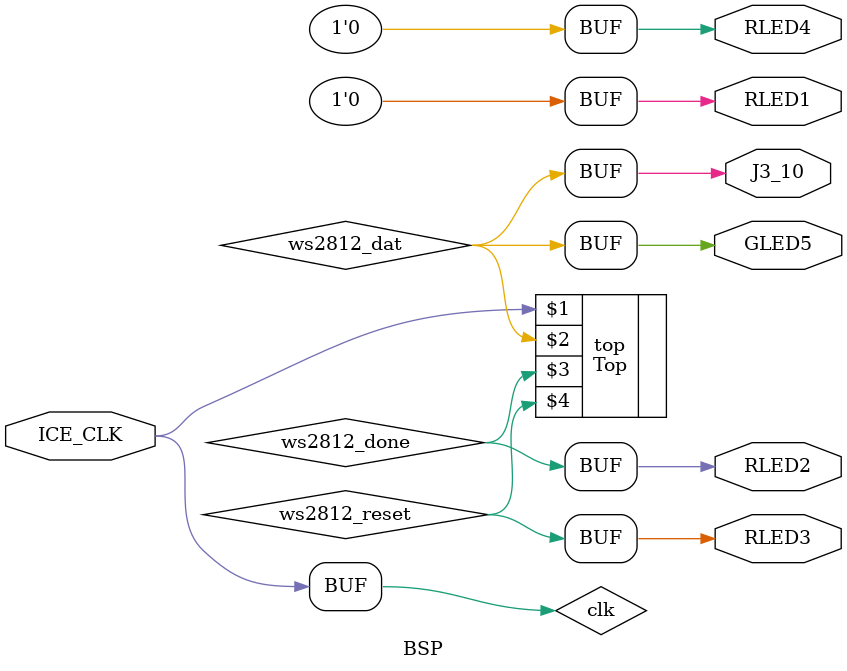
<source format=v>
`default_nettype none
`timescale 1ns/1ps
module BSP (
    input ICE_CLK,
    output GLED5,
    output RLED1,
    output RLED2,
    output RLED3,
    output RLED4,
    output J3_10
);
    // wire pll_50m_clk;
    // wire pll_locked;
    // pll pll_50m (ICE_CLK, pll_50m_clk, pll_locked);


    wire clk;
    wire ws2812_dat;
    wire ws2812_done;
    wire ws2812_reset;
    assign clk = ICE_CLK;

    assign J3_10 = ws2812_dat;
    assign GLED5 = ws2812_dat;
    assign RLED1 = 0;
    assign RLED2 = ws2812_done;
    assign RLED3 = ws2812_reset;
    assign RLED4 = 0;

    Top #(.F_CLK(50_000_000)) top(clk, ws2812_dat, ws2812_done, ws2812_reset);

endmodule

</source>
